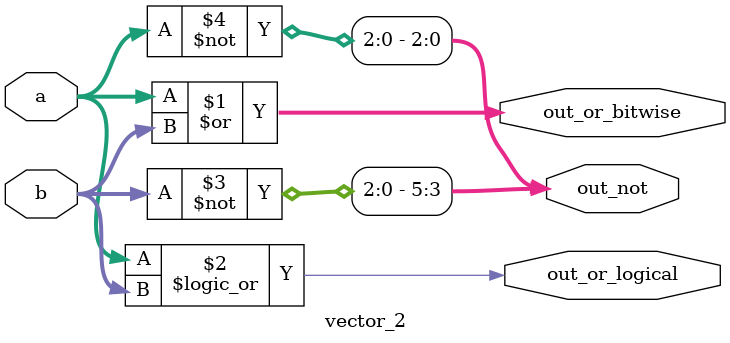
<source format=v>
module vector_2( 
    input [2:0] a,
    input [2:0] b,
    output [2:0] out_or_bitwise,
    output out_or_logical,
    output [5:0] out_not
);
	  assign out_or_bitwise = a | b;
    assign out_or_logical = a || b;
    assign out_not[5:3] = ~ b;
    assign out_not[2:0] = ~ a;
endmodule

</source>
